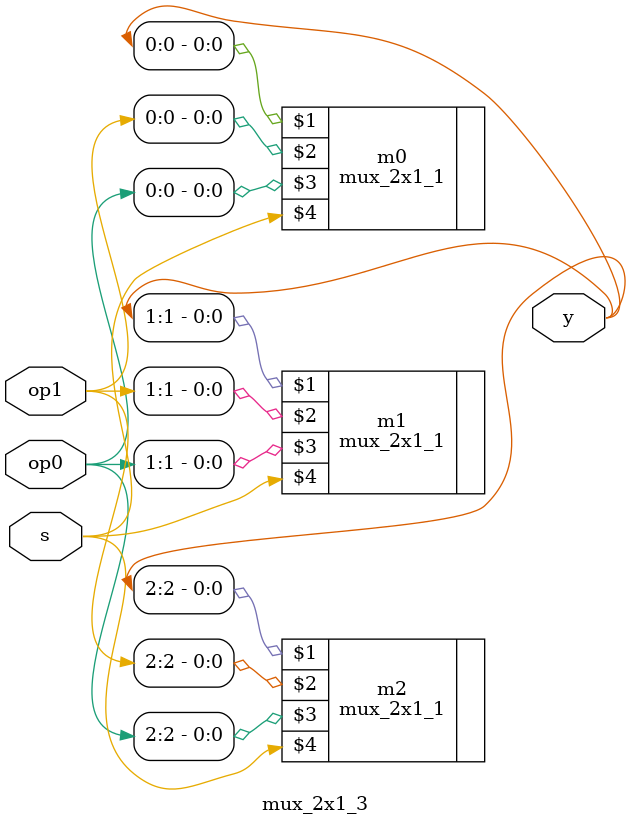
<source format=v>
module mux_2x1_3(y, op1, op0, s);
input [2:0]op1, op0;
input s;
output [2:0]y;

mux_2x1_1 	m0(y[0],op1[0], op0[0],s),
				m1(y[1],op1[1], op0[1],s),
				m2(y[2],op1[2], op0[2],s);

endmodule

</source>
